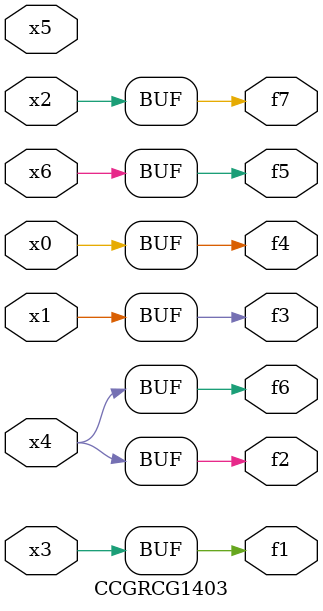
<source format=v>
module CCGRCG1403(
	input x0, x1, x2, x3, x4, x5, x6,
	output f1, f2, f3, f4, f5, f6, f7
);
	assign f1 = x3;
	assign f2 = x4;
	assign f3 = x1;
	assign f4 = x0;
	assign f5 = x6;
	assign f6 = x4;
	assign f7 = x2;
endmodule

</source>
